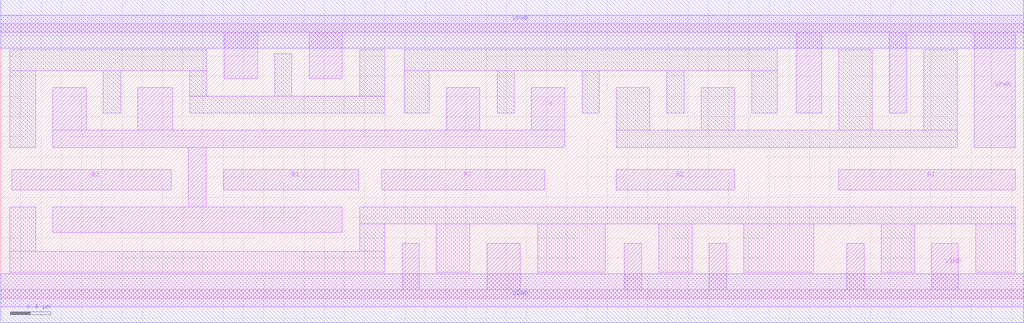
<source format=lef>
# Copyright 2020 The SkyWater PDK Authors
#
# Licensed under the Apache License, Version 2.0 (the "License");
# you may not use this file except in compliance with the License.
# You may obtain a copy of the License at
#
#     https://www.apache.org/licenses/LICENSE-2.0
#
# Unless required by applicable law or agreed to in writing, software
# distributed under the License is distributed on an "AS IS" BASIS,
# WITHOUT WARRANTIES OR CONDITIONS OF ANY KIND, either express or implied.
# See the License for the specific language governing permissions and
# limitations under the License.
#
# SPDX-License-Identifier: Apache-2.0

VERSION 5.5 ;
NAMESCASESENSITIVE ON ;
BUSBITCHARS "[]" ;
DIVIDERCHAR "/" ;
MACRO sky130_fd_sc_hd__o32ai_4
  CLASS CORE ;
  SOURCE USER ;
  ORIGIN  0.000000  0.000000 ;
  SIZE  10.12000 BY  2.720000 ;
  SYMMETRY X Y R90 ;
  SITE unithd ;
  PIN A1
    ANTENNAGATEAREA  0.990000 ;
    DIRECTION INPUT ;
    USE SIGNAL ;
    PORT
      LAYER li1 ;
        RECT 8.290000 1.075000 10.035000 1.275000 ;
    END
  END A1
  PIN A2
    ANTENNAGATEAREA  0.990000 ;
    DIRECTION INPUT ;
    USE SIGNAL ;
    PORT
      LAYER li1 ;
        RECT 6.090000 1.075000 7.260000 1.275000 ;
    END
  END A2
  PIN A3
    ANTENNAGATEAREA  0.990000 ;
    DIRECTION INPUT ;
    USE SIGNAL ;
    PORT
      LAYER li1 ;
        RECT 3.770000 1.075000 5.380000 1.275000 ;
    END
  END A3
  PIN B1
    ANTENNAGATEAREA  0.990000 ;
    DIRECTION INPUT ;
    USE SIGNAL ;
    PORT
      LAYER li1 ;
        RECT 2.205000 1.075000 3.540000 1.275000 ;
    END
  END B1
  PIN B2
    ANTENNAGATEAREA  0.990000 ;
    DIRECTION INPUT ;
    USE SIGNAL ;
    PORT
      LAYER li1 ;
        RECT 0.110000 1.075000 1.685000 1.275000 ;
    END
  END B2
  PIN Y
    ANTENNADIFFAREA  1.782000 ;
    DIRECTION OUTPUT ;
    USE SIGNAL ;
    PORT
      LAYER li1 ;
        RECT 0.515000 0.655000 3.380000 0.905000 ;
        RECT 0.515000 1.495000 5.580000 1.665000 ;
        RECT 0.515000 1.665000 0.845000 2.085000 ;
        RECT 1.355000 1.665000 1.700000 2.085000 ;
        RECT 1.855000 0.905000 2.035000 1.495000 ;
        RECT 4.410000 1.665000 4.740000 2.085000 ;
        RECT 5.250000 1.665000 5.580000 2.085000 ;
    END
  END Y
  PIN VGND
    DIRECTION INOUT ;
    SHAPE ABUTMENT ;
    USE GROUND ;
    PORT
      LAYER li1 ;
        RECT 0.000000 -0.085000 10.120000 0.085000 ;
        RECT 3.970000  0.085000  4.140000 0.545000 ;
        RECT 4.810000  0.085000  5.140000 0.545000 ;
        RECT 6.170000  0.085000  6.340000 0.545000 ;
        RECT 7.010000  0.085000  7.180000 0.545000 ;
        RECT 8.370000  0.085000  8.540000 0.545000 ;
        RECT 9.210000  0.085000  9.470000 0.545000 ;
    END
    PORT
      LAYER met1 ;
        RECT 0.000000 -0.240000 10.120000 0.240000 ;
    END
  END VGND
  PIN VPWR
    DIRECTION INOUT ;
    SHAPE ABUTMENT ;
    USE POWER ;
    PORT
      LAYER li1 ;
        RECT 0.000000 2.635000 10.120000 2.805000 ;
        RECT 2.210000 2.175000  2.540000 2.635000 ;
        RECT 3.050000 2.175000  3.380000 2.635000 ;
        RECT 7.870000 1.835000  8.120000 2.635000 ;
        RECT 8.790000 1.835000  8.960000 2.635000 ;
        RECT 9.630000 1.495000 10.035000 2.635000 ;
    END
    PORT
      LAYER met1 ;
        RECT 0.000000 2.480000 10.120000 2.960000 ;
    END
  END VPWR
  OBS
    LAYER li1 ;
      RECT 0.090000 0.255000  3.800000 0.465000 ;
      RECT 0.090000 0.465000  0.345000 0.905000 ;
      RECT 0.090000 1.495000  0.345000 2.255000 ;
      RECT 0.090000 2.255000  2.040000 2.465000 ;
      RECT 1.015000 1.835000  1.185000 2.255000 ;
      RECT 1.870000 1.835000  3.800000 2.005000 ;
      RECT 1.870000 2.005000  2.040000 2.255000 ;
      RECT 2.710000 2.005000  2.880000 2.425000 ;
      RECT 3.550000 0.465000  3.800000 0.735000 ;
      RECT 3.550000 0.735000 10.035000 0.905000 ;
      RECT 3.550000 2.005000  3.800000 2.465000 ;
      RECT 3.990000 1.835000  4.240000 2.255000 ;
      RECT 3.990000 2.255000  7.680000 2.465000 ;
      RECT 4.310000 0.255000  4.640000 0.735000 ;
      RECT 4.910000 1.835000  5.080000 2.255000 ;
      RECT 5.310000 0.255000  5.980000 0.735000 ;
      RECT 5.750000 1.835000  5.920000 2.255000 ;
      RECT 6.090000 1.495000  9.460000 1.665000 ;
      RECT 6.090000 1.665000  6.420000 2.085000 ;
      RECT 6.510000 0.255000  6.840000 0.735000 ;
      RECT 6.590000 1.835000  6.760000 2.255000 ;
      RECT 6.930000 1.665000  7.260000 2.085000 ;
      RECT 7.350000 0.255000  8.040000 0.735000 ;
      RECT 7.430000 1.835000  7.680000 2.255000 ;
      RECT 8.290000 1.665000  8.620000 2.465000 ;
      RECT 8.710000 0.255000  9.040000 0.735000 ;
      RECT 9.130000 1.665000  9.460000 2.465000 ;
      RECT 9.645000 0.255000 10.035000 0.735000 ;
  END
END sky130_fd_sc_hd__o32ai_4

</source>
